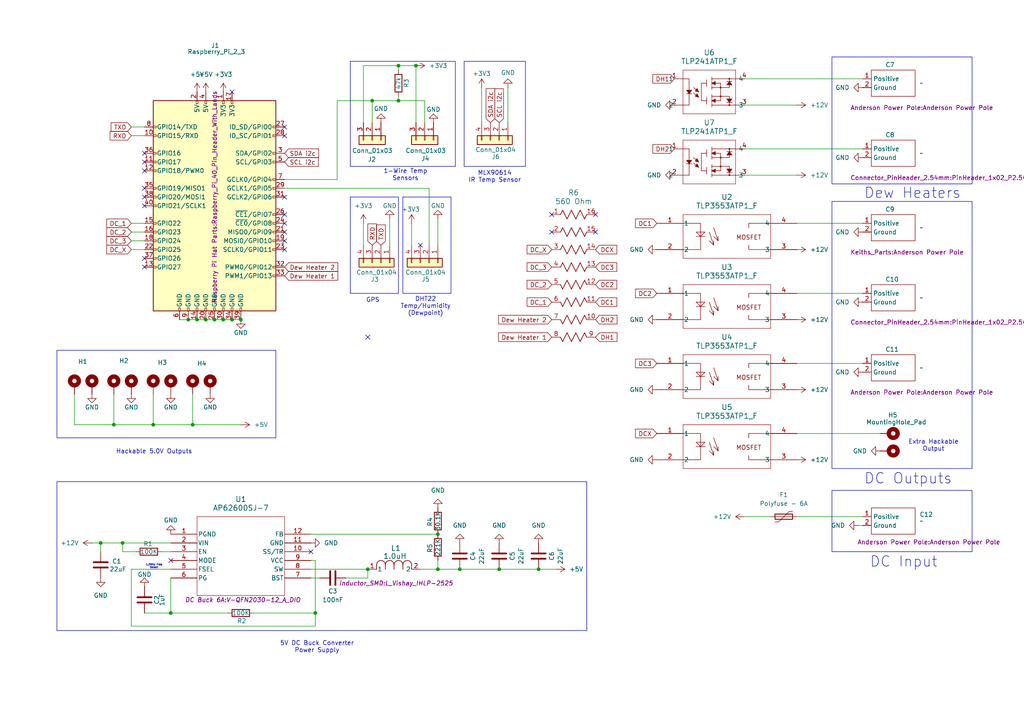
<source format=kicad_sch>
(kicad_sch (version 20231120) (generator "eeschema") (generator_version "8.0")
  (paper "A4")
  (title_block (title "Astro Raspberry Pi Hat SMD") (date "2024-05-08") (rev "0.4") (comment 1 "Built-In 5VDC Buck Converter - 1.2MHz freq.") (comment 2 "12VDC ON/OFF Control") (comment 3 "Redesigned using SMD parts") (comment 4 "First World Labs, LLC"))
  (lib_symbols
    (symbol "2024-05-14_03-00-34:AP62600SJ-7" (pin_names (offset 0.254))
      (property "Reference" "U" (at 20.32 10.16 0))
      (property "Value" "AP62600SJ-7" (at 20.32 7.62 0))
      (symbol "AP62600SJ-7_0_1"
        (pin power_out line (at 0 0 0) (length 7.62) (name "PGND") (number "1"))
        (pin unspecified line (at 40.64 -5.08 180) (length 7.62) (name "SS/TR") (number "10"))
        (pin power_out line (at 40.64 -2.54 180) (length 7.62) (name "GND") (number "11"))
        (pin unspecified line (at 40.64 0 180) (length 7.62) (name "FB") (number "12"))
        (pin input line (at 0 -2.54 0) (length 7.62) (name "VIN") (number "2"))
        (pin input line (at 0 -5.08 0) (length 7.62) (name "EN") (number "3"))
        (pin unspecified line (at 0 -7.62 0) (length 7.62) (name "MODE") (number "4"))
        (pin unspecified line (at 0 -10.16 0) (length 7.62) (name "FSEL") (number "5"))
        (pin unspecified line (at 0 -12.7 0) (length 7.62) (name "PG") (number "6"))
        (pin input line (at 40.64 -12.7 180) (length 7.62) (name "BST") (number "7"))
        (pin output line (at 40.64 -10.16 180) (length 7.62) (name "SW") (number "8"))
        (pin power_in line (at 40.64 -7.62 180) (length 7.62) (name "VCC") (number "9"))
      )
    )
    (symbol "2024-05-14_03-02-28:TLP3553ATP1_F" (pin_names (offset 0.254))
      (property "Reference" "U" (at 20.32 10.16 0))
      (property "Value" "TLP3553ATP1_F" (at 20.32 7.62 0))
      (symbol "TLP3553ATP1_F_0_1"
        (pin unspecified line (at 0 2.54 0) (length 7.62) (name "1") (number "1"))
        (pin unspecified line (at 0 -5.08 0) (length 7.62) (name "2") (number "2"))
        (pin unspecified line (at 40.64 -5.08 180) (length 7.62) (name "3") (number "3"))
        (pin unspecified line (at 40.64 2.54 180) (length 7.62) (name "4") (number "4"))
      )
      (symbol "TLP3553ATP1_F_1_1"
        (text "MOSFET" (at 26.67 -1.524 0) (effects (font (size 1.27 1.27))))
      )
    )
    (symbol "2024-05-14_03-34-29:IHLP2525CZER1R5M01" (pin_names (offset 0.254))
      (property "Reference" "L1" (at 7.62 7.62 0))
      (property "Value" "IHLP2525CZER1R5M01" (at 7.62 5.08 0))
      (property "Footprint" "IND_IHLP-2525CZ-01_VIS" (at 7.366 -2.54 0))
      (symbol "IHLP2525CZER1R5M01_1_1"
        (pin unspecified line (at 0 0 0) (length 2.54) (name "1") (number "1"))
        (pin unspecified line (at 15.24 0 180) (length 2.54) (name "2") (number "2"))
      )
      (symbol "IHLP2525CZER1R5M01_1_2"
        (pin unspecified line (at 0 0 90) (length 2.54) (name "1") (number "1"))
        (pin unspecified line (at 0 15.24 270) (length 2.54) (name "2") (number "2"))
      )
    )
    (symbol "2024-05-14_04-03-58:TLP241ATP1_F" (pin_names (offset 0.254))
      (property "Reference" "U" (at 8.89 7.112 0))
      (property "Value" "TLP241ATP1_F" (at 7.874 1.778 0))
      (symbol "TLP241ATP1_F_0_1"
        (pin unspecified line (at -2.5146 -2.54 180) (length 0.0254) (name "1") (number "1"))
        (pin unspecified line (at -2.5146 -10.16 180) (length 0.0254) (name "2") (number "2"))
        (pin unspecified line (at 17.8054 -10.16 180) (length 0.0254) (name "3") (number "3"))
        (pin unspecified line (at 17.8054 -2.54 180) (length 0.0254) (name "4") (number "4"))
      )
    )
    (symbol "2024-06-05_15-26-43:EXB-2HV100JV" (pin_names (offset 0.254))
      (property "Reference" "R" (at 6.096 7.874 0))
      (property "Value" "EXB-2HV100JV" (at 6.858 -42.926 0))
      (symbol "EXB-2HV100JV_0_1"
        (pin unspecified line (at 0 0 0) (length 2.54) (name "") (number "1"))
        (pin unspecified line (at 12.7 -30.48 180) (length 2.54) (name "") (number "10"))
        (pin unspecified line (at 12.7 -25.4 180) (length 2.54) (name "") (number "11"))
        (pin unspecified line (at 12.7 -20.32 180) (length 2.54) (name "") (number "12"))
        (pin unspecified line (at 12.7 -15.24 180) (length 2.54) (name "") (number "13"))
        (pin unspecified line (at 12.7 -10.16 180) (length 2.54) (name "") (number "14"))
        (pin unspecified line (at 12.7 -5.08 180) (length 2.54) (name "") (number "15"))
        (pin unspecified line (at 12.7 0 180) (length 2.54) (name "") (number "16"))
        (pin unspecified line (at 0 -5.08 0) (length 2.54) (name "") (number "2"))
        (pin unspecified line (at 0 -10.16 0) (length 2.54) (name "") (number "3"))
        (pin unspecified line (at 0 -15.24 0) (length 2.54) (name "") (number "4"))
        (pin unspecified line (at 0 -20.32 0) (length 2.54) (name "") (number "5"))
        (pin unspecified line (at 0 -25.4 0) (length 2.54) (name "") (number "6"))
        (pin unspecified line (at 0 -30.48 0) (length 2.54) (name "") (number "7"))
        (pin unspecified line (at 0 -35.56 0) (length 2.54) (name "") (number "8"))
        (pin unspecified line (at 12.7 -35.56 180) (length 2.54) (name "") (number "9"))
      )
    )
    (symbol "Connector:Raspberry_Pi_2_3" (pin_names (offset 1.016))
      (property "Reference" "J" (at -17.78 31.75 0))
      (property "Value" "Raspberry_Pi_2_3" (at 10.16 -31.75 0))
      (symbol "Raspberry_Pi_2_3_1_1"
        (pin power_in line (at 2.54 33.02 270) (length 2.54) (name "3V3") (number "1"))
        (pin bidirectional line (at -20.32 20.32 0) (length 2.54) (name "GPIO15/RXD") (number "10"))
        (pin bidirectional line (at -20.32 12.7 0) (length 2.54) (name "GPIO17") (number "11"))
        (pin bidirectional line (at -20.32 10.16 0) (length 2.54) (name "GPIO18/PWM0") (number "12"))
        (pin bidirectional line (at -20.32 -17.78 0) (length 2.54) (name "GPIO27") (number "13"))
        (pin power_in line (at -5.08 -33.02 90) (length 2.54) (name "GND") (number "14"))
        (pin bidirectional line (at -20.32 -5.08 0) (length 2.54) (name "GPIO22") (number "15"))
        (pin bidirectional line (at -20.32 -7.62 0) (length 2.54) (name "GPIO23") (number "16"))
        (pin power_in line (at 5.08 33.02 270) (length 2.54) (name "3V3") (number "17"))
        (pin bidirectional line (at -20.32 -10.16 0) (length 2.54) (name "GPIO24") (number "18"))
        (pin bidirectional line (at 20.32 -10.16 180) (length 2.54) (name "MOSI0/GPIO10") (number "19"))
        (pin power_in line (at -5.08 33.02 270) (length 2.54) (name "5V") (number "2"))
        (pin power_in line (at -2.54 -33.02 90) (length 2.54) (name "GND") (number "20"))
        (pin bidirectional line (at 20.32 -7.62 180) (length 2.54) (name "MISO0/GPIO9") (number "21"))
        (pin bidirectional line (at -20.32 -12.7 0) (length 2.54) (name "GPIO25") (number "22"))
        (pin bidirectional line (at 20.32 -12.7 180) (length 2.54) (name "SCLK0/GPIO11") (number "23"))
        (pin bidirectional line (at 20.32 -5.08 180) (length 2.54) (name "~{CE0}/GPIO8") (number "24"))
        (pin power_in line (at 0 -33.02 90) (length 2.54) (name "GND") (number "25"))
        (pin bidirectional line (at 20.32 -2.54 180) (length 2.54) (name "~{CE1}/GPIO7") (number "26"))
        (pin bidirectional line (at 20.32 22.86 180) (length 2.54) (name "ID_SD/GPIO0") (number "27"))
        (pin bidirectional line (at 20.32 20.32 180) (length 2.54) (name "ID_SC/GPIO1") (number "28"))
        (pin bidirectional line (at 20.32 5.08 180) (length 2.54) (name "GCLK1/GPIO5") (number "29"))
        (pin bidirectional line (at 20.32 15.24 180) (length 2.54) (name "SDA/GPIO2") (number "3"))
        (pin power_in line (at 2.54 -33.02 90) (length 2.54) (name "GND") (number "30"))
        (pin bidirectional line (at 20.32 2.54 180) (length 2.54) (name "GCLK2/GPIO6") (number "31"))
        (pin bidirectional line (at 20.32 -17.78 180) (length 2.54) (name "PWM0/GPIO12") (number "32"))
        (pin bidirectional line (at 20.32 -20.32 180) (length 2.54) (name "PWM1/GPIO13") (number "33"))
        (pin power_in line (at 5.08 -33.02 90) (length 2.54) (name "GND") (number "34"))
        (pin bidirectional line (at -20.32 5.08 0) (length 2.54) (name "GPIO19/MISO1") (number "35"))
        (pin bidirectional line (at -20.32 15.24 0) (length 2.54) (name "GPIO16") (number "36"))
        (pin bidirectional line (at -20.32 -15.24 0) (length 2.54) (name "GPIO26") (number "37"))
        (pin bidirectional line (at -20.32 2.54 0) (length 2.54) (name "GPIO20/MOSI1") (number "38"))
        (pin power_in line (at 7.62 -33.02 90) (length 2.54) (name "GND") (number "39"))
        (pin power_in line (at -2.54 33.02 270) (length 2.54) (name "5V") (number "4"))
        (pin bidirectional line (at -20.32 0 0) (length 2.54) (name "GPIO21/SCLK1") (number "40"))
        (pin bidirectional line (at 20.32 12.7 180) (length 2.54) (name "SCL/GPIO3") (number "5"))
        (pin power_in line (at -10.16 -33.02 90) (length 2.54) (name "GND") (number "6"))
        (pin bidirectional line (at 20.32 7.62 180) (length 2.54) (name "GCLK0/GPIO4") (number "7"))
        (pin bidirectional line (at -20.32 22.86 0) (length 2.54) (name "GPIO14/TXD") (number "8"))
        (pin power_in line (at -7.62 -33.02 90) (length 2.54) (name "GND") (number "9"))
      )
    )
    (symbol "Connector_Generic:Conn_01x03" (pin_names (offset 1.016) hide)
      (property "Reference" "J" (at 0 5.08 0))
      (property "Value" "Conn_01x03" (at 0 -5.08 0))
      (symbol "Conn_01x03_1_1"
        (pin passive line (at -5.08 2.54 0) (length 3.81) (name "Pin_1") (number "1"))
        (pin passive line (at -5.08 0 0) (length 3.81) (name "Pin_2") (number "2"))
        (pin passive line (at -5.08 -2.54 0) (length 3.81) (name "Pin_3") (number "3"))
      )
    )
    (symbol "Connector_Generic:Conn_01x04" (pin_names (offset 1.016) hide)
      (property "Reference" "J" (at 0 5.08 0))
      (property "Value" "Conn_01x04" (at 0 -7.62 0))
      (symbol "Conn_01x04_1_1"
        (pin passive line (at -5.08 2.54 0) (length 3.81) (name "Pin_1") (number "1"))
        (pin passive line (at -5.08 0 0) (length 3.81) (name "Pin_2") (number "2"))
        (pin passive line (at -5.08 -2.54 0) (length 3.81) (name "Pin_3") (number "3"))
        (pin passive line (at -5.08 -5.08 0) (length 3.81) (name "Pin_4") (number "4"))
      )
    )
    (symbol "Device:C" (pin_numbers hide) (pin_names (offset 0.254))
      (property "Reference" "C" (at -0.762 6.858 0))
      (property "Value" "C" (at -0.762 4.064 0))
      (symbol "C_1_1"
        (pin passive line (at -3.81 0 0) (length 2.794) (name "~") (number "1"))
        (pin passive line (at 3.81 0 180) (length 2.794) (name "~") (number "2"))
      )
    )
    (symbol "Device:Polyfuse" (pin_numbers hide) (pin_names (offset 0))
      (property "Reference" "F1" (at 1.27 5.08 0))
      (property "Value" "Polyfuse" (at 1.27 2.54 0))
      (symbol "Polyfuse_1_1"
        (pin passive line (at -2.54 -1.27 0) (length 1.27) (name "~") (number "1"))
        (pin passive line (at 5.08 -1.27 180) (length 1.27) (name "~") (number "2"))
      )
    )
    (symbol "Device:R" (pin_numbers hide) (pin_names (offset 0))
      (property "Reference" "R" (at 2.032 0 90))
      (property "Value" "R" (at 0 0 90))
      (symbol "R_1_1"
        (pin passive line (at 0 3.81 270) (length 1.27) (name "~") (number "1"))
        (pin passive line (at 0 -3.81 90) (length 1.27) (name "~") (number "2"))
      )
    )
    (symbol "GND_1" (power) (pin_numbers hide) (pin_names (offset 0) hide)
      (property "Value" "GND" (at 0 -3.81 0))
      (symbol "GND_1_1_1"
        (pin power_in line (at 0 0 270) (length 0) (name "~") (number "1"))
      )
    )
    (symbol "GND_2" (power) (pin_numbers hide) (pin_names (offset 0) hide)
      (property "Value" "GND" (at 0 -3.81 0))
      (symbol "GND_2_1_1"
        (pin power_in line (at 0 0 270) (length 0) (name "~") (number "1"))
      )
    )
    (symbol "GND_3" (power) (pin_numbers hide) (pin_names (offset 0) hide)
      (property "Value" "GND" (at 0 -3.81 0))
      (symbol "GND_3_1_1"
        (pin power_in line (at 0 0 270) (length 0) (name "~") (number "1"))
      )
    )
    (symbol "GND_4" (power) (pin_numbers hide) (pin_names (offset 0) hide)
      (property "Value" "GND" (at 0 -3.81 0))
      (symbol "GND_4_1_1"
        (pin power_in line (at 0 0 270) (length 0) (name "~") (number "1"))
      )
    )
    (symbol "GND_5" (power) (pin_numbers hide) (pin_names (offset 0) hide)
      (property "Value" "GND" (at 0 -3.81 0))
      (symbol "GND_5_1_1"
        (pin power_in line (at 0 0 270) (length 0) (name "~") (number "1"))
      )
    )
    (symbol "GND_6" (power) (pin_numbers hide) (pin_names (offset 0) hide)
      (property "Value" "GND" (at 0 -3.81 0))
      (symbol "GND_6_1_1"
        (pin power_in line (at 0 0 270) (length 0) (name "~") (number "1"))
      )
    )
    (symbol "MountingHole_Pad_1" (pin_numbers hide) (pin_names (offset 1.016) hide) (exclude_from_sim yes) (in_bom no)
      (property "Reference" "H2" (at -1.524 7.874 0))
      (property "Value" "MountingHole_Pad" (at -7.874 5.842 0))
      (symbol "MountingHole_Pad_1_1_1"
        (pin input line (at -3.81 2.54 0) (length 2.54) (name "1") (number "1"))
        (pin input line (at -3.81 -2.54 0) (length 2.54) (name "2") (number "2"))
      )
    )
    (symbol "R_1" (pin_numbers hide) (pin_names (offset 0))
      (property "Reference" "R2" (at -0.254 2.54 0))
      (property "Value" "510" (at 0.254 0 0))
      (symbol "R_1_1_1"
        (pin passive line (at -3.81 0 0) (length 1.27) (name "~") (number "1"))
        (pin passive line (at 3.81 0 180) (length 1.27) (name "~") (number "2"))
      )
    )
    (symbol "anderson_power_pole:Anderson_Power_Pole"
      (property "Reference" "C3" (at 5.08 5.08 90))
      (property "Value" "~" (at 0 0 0))
      (property "Footprint" "Keiths_Parts:Anderson Power Pole" (at 3.048 -5.842 0))
      (symbol "Anderson_Power_Pole_1_1"
        (pin power_in line (at -3.81 1.27 0) (length 2.54) (name "Positive") (number "1"))
        (pin power_in line (at -3.81 -1.27 0) (length 2.54) (name "Ground") (number "2"))
      )
    )
    (symbol "power:+12V" (power) (pin_numbers hide) (pin_names (offset 0) hide)
      (property "Value" "+12V" (at 0 3.556 0))
      (symbol "+12V_1_1"
        (pin power_in line (at 0 0 90) (length 0) (name "~") (number "1"))
      )
    )
    (symbol "power:+3V3" (power) (pin_numbers hide) (pin_names (offset 0) hide)
      (property "Value" "+3V3" (at 0 3.556 0))
      (symbol "+3V3_1_1"
        (pin power_in line (at 0 0 90) (length 0) (name "~") (number "1"))
      )
    )
    (symbol "power:+5V" (power) (pin_numbers hide) (pin_names (offset 0) hide)
      (property "Value" "+5V" (at 0 3.556 0))
      (symbol "+5V_1_1"
        (pin power_in line (at 0 0 90) (length 0) (name "~") (number "1"))
      )
    )
    (symbol "power:GND" (power) (pin_names (offset 0))
      (property "Value" "GND" (at 0 -3.81 0))
      (symbol "GND_1_1"
        (pin power_in line (at 0 0 270) (length 0) hide (name "GND") (number "1"))
      )
    )
  )
  (junction (at 62.23 92.71))
  (junction (at 33.02 123.19))
  (junction (at 133.35 165.1))
  (junction (at 106.68 165.1))
  (junction (at 127 154.94))
  (junction (at 49.53 177.8))
  (junction (at 69.85 92.71))
  (junction (at 67.31 92.71))
  (junction (at 115.57 29.21))
  (junction (at 144.78 165.1))
  (junction (at 115.57 19.05))
  (junction (at 59.69 92.71))
  (junction (at 64.77 92.71))
  (junction (at 44.45 123.19))
  (junction (at 156.21 165.1))
  (junction (at 120.65 19.05))
  (junction (at 107.95 29.21))
  (junction (at 55.88 123.19))
  (junction (at 57.15 92.71))
  (junction (at 54.61 92.71))
  (junction (at 127 165.1))
  (junction (at 35.56 157.48))
  (junction (at 29.21 157.48))
  (junction (at 91.44 177.8))
  (no_connect (at 41.91 44.45))
  (no_connect (at 41.91 54.61))
  (no_connect (at 41.91 77.47))
  (no_connect (at 82.55 39.37))
  (no_connect (at 172.72 62.23))
  (no_connect (at 82.55 64.77))
  (no_connect (at 82.55 36.83))
  (no_connect (at 121.92 71.12))
  (no_connect (at 41.91 57.15))
  (no_connect (at 41.91 49.53))
  (no_connect (at 41.91 59.69))
  (no_connect (at 41.91 74.93))
  (no_connect (at 160.02 67.31))
  (no_connect (at 82.55 72.39))
  (no_connect (at 160.02 62.23))
  (no_connect (at 67.31 26.67))
  (no_connect (at 82.55 57.15))
  (no_connect (at 82.55 67.31))
  (no_connect (at 82.55 62.23))
  (no_connect (at 41.91 46.99))
  (no_connect (at 106.68 97.79))
  (no_connect (at 90.17 160.02))
  (no_connect (at 82.55 69.85))
  (no_connect (at 172.72 67.31))
  (no_connect (at 49.53 162.56))
  (wire (pts (xy 115.57 29.21) (xy 123.19 29.21)))
  (wire (pts (xy 105.41 64.77) (xy 105.41 71.12)))
  (wire (pts (xy 215.9 22.86) (xy 250.19 22.86)))
  (wire (pts (xy 41.91 177.8) (xy 49.53 177.8)))
  (wire (pts (xy 49.53 177.8) (xy 49.53 167.64)))
  (wire (pts (xy 231.14 149.86) (xy 250.19 149.86)))
  (wire (pts (xy 55.88 123.19) (xy 44.45 123.19)))
  (wire (pts (xy 38.1 69.85) (xy 41.91 69.85)))
  (wire (pts (xy 124.46 54.61) (xy 124.46 71.12)))
  (wire (pts (xy 44.45 114.3) (xy 44.45 123.19)))
  (wire (pts (xy 120.65 19.05) (xy 120.65 35.56)))
  (wire (pts (xy 55.88 123.19) (xy 69.85 123.19)))
  (wire (pts (xy 127 162.56) (xy 127 165.1)))
  (wire (pts (xy 29.21 157.48) (xy 29.21 160.02)))
  (wire (pts (xy 52.07 92.71) (xy 54.61 92.71)))
  (wire (pts (xy 55.88 114.3) (xy 55.88 123.19)))
  (wire (pts (xy 92.71 167.64) (xy 90.17 167.64)))
  (wire (pts (xy 38.1 36.83) (xy 41.91 36.83)))
  (wire (pts (xy 121.92 165.1) (xy 127 165.1)))
  (wire (pts (xy 64.77 92.71) (xy 67.31 92.71)))
  (wire (pts (xy 97.79 52.07) (xy 97.79 29.21)))
  (wire (pts (xy 127 165.1) (xy 133.35 165.1)))
  (wire (pts (xy 156.21 165.1) (xy 161.29 165.1)))
  (wire (pts (xy 91.44 162.56) (xy 90.17 162.56)))
  (wire (pts (xy 54.61 92.71) (xy 57.15 92.71)))
  (wire (pts (xy 133.35 165.1) (xy 144.78 165.1)))
  (wire (pts (xy 62.23 92.71) (xy 64.77 92.71)))
  (wire (pts (xy 248.92 152.4) (xy 250.19 152.4)))
  (wire (pts (xy 124.46 54.61) (xy 82.55 54.61)))
  (wire (pts (xy 29.21 157.48) (xy 35.56 157.48)))
  (wire (pts (xy 106.68 165.1) (xy 106.68 167.64)))
  (wire (pts (xy 21.59 123.19) (xy 33.02 123.19)))
  (wire (pts (xy 59.69 92.71) (xy 62.23 92.71)))
  (wire (pts (xy 90.17 165.1) (xy 106.68 165.1)))
  (wire (pts (xy 91.44 177.8) (xy 91.44 162.56)))
  (wire (pts (xy 82.55 52.07) (xy 97.79 52.07)))
  (wire (pts (xy 44.45 123.19) (xy 33.02 123.19)))
  (wire (pts (xy 38.1 72.39) (xy 41.91 72.39)))
  (wire (pts (xy 38.1 67.31) (xy 41.91 67.31)))
  (wire (pts (xy 115.57 20.32) (xy 115.57 19.05)))
  (wire (pts (xy 38.1 39.37) (xy 41.91 39.37)))
  (wire (pts (xy 231.14 125.73) (xy 255.27 125.73)))
  (wire (pts (xy 147.32 25.4) (xy 147.32 35.56)))
  (wire (pts (xy 123.19 29.21) (xy 123.19 35.56)))
  (wire (pts (xy 107.95 29.21) (xy 107.95 35.56)))
  (wire (pts (xy 21.59 114.3) (xy 21.59 123.19)))
  (wire (pts (xy 35.56 160.02) (xy 35.56 157.48)))
  (wire (pts (xy 139.7 25.4) (xy 139.7 35.56)))
  (wire (pts (xy 105.41 19.05) (xy 105.41 35.56)))
  (wire (pts (xy 35.56 157.48) (xy 49.53 157.48)))
  (wire (pts (xy 127 63.5) (xy 127 71.12)))
  (wire (pts (xy 215.9 43.18) (xy 250.19 43.18)))
  (wire (pts (xy 38.1 165.1) (xy 38.1 181.61)))
  (wire (pts (xy 38.1 181.61) (xy 91.44 181.61)))
  (wire (pts (xy 231.14 30.48) (xy 215.9 30.48)))
  (wire (pts (xy 113.03 63.5) (xy 113.03 71.12)))
  (wire (pts (xy 231.14 85.09) (xy 250.19 85.09)))
  (wire (pts (xy 106.68 167.64) (xy 100.33 167.64)))
  (wire (pts (xy 67.31 92.71) (xy 69.85 92.71)))
  (wire (pts (xy 57.15 92.71) (xy 59.69 92.71)))
  (wire (pts (xy 215.9 149.86) (xy 223.52 149.86)))
  (wire (pts (xy 115.57 27.94) (xy 115.57 29.21)))
  (wire (pts (xy 90.17 154.94) (xy 127 154.94)))
  (wire (pts (xy 105.41 19.05) (xy 115.57 19.05)))
  (wire (pts (xy 144.78 165.1) (xy 156.21 165.1)))
  (wire (pts (xy 231.14 50.8) (xy 215.9 50.8)))
  (wire (pts (xy 46.99 160.02) (xy 49.53 160.02)))
  (wire (pts (xy 107.95 29.21) (xy 115.57 29.21)))
  (wire (pts (xy 38.1 64.77) (xy 41.91 64.77)))
  (wire (pts (xy 49.53 165.1) (xy 38.1 165.1)))
  (wire (pts (xy 119.38 64.77) (xy 119.38 71.12)))
  (wire (pts (xy 97.79 29.21) (xy 107.95 29.21)))
  (wire (pts (xy 231.14 64.77) (xy 250.19 64.77)))
  (wire (pts (xy 73.66 177.8) (xy 91.44 177.8)))
  (wire (pts (xy 231.14 105.41) (xy 250.19 105.41)))
  (wire (pts (xy 26.67 157.48) (xy 29.21 157.48)))
  (wire (pts (xy 33.02 114.3) (xy 33.02 123.19)))
  (wire (pts (xy 91.44 181.61) (xy 91.44 177.8)))
  (wire (pts (xy 49.53 177.8) (xy 66.04 177.8)))
  (wire (pts (xy 39.37 160.02) (xy 35.56 160.02)))
  (wire (pts (xy 115.57 19.05) (xy 120.65 19.05)))
  (rectangle (start 241.3 58.42) (end 281.94 135.89))
  (rectangle (start 16.51 101.6) (end 80.01 127))
  (rectangle (start 116.84 57.15) (end 130.81 85.09))
  (rectangle (start 241.3 142.24) (end 281.94 160.02))
  (rectangle (start 16.51 139.7) (end 170.18 182.88))
  (rectangle (start 101.6 57.15) (end 115.57 85.09))
  (rectangle (start 134.62 17.78) (end 152.4 48.26))
  (rectangle (start 241.3 16.51) (end 281.94 53.34))
  (rectangle (start 101.6 17.78) (end 132.08 48.26))
  (text "MLX90614\nIR Temp Sensor" (at 143.51 51.308 0) (effects (font (size 1.27 1.27))))
  (text "GPS" (at 106.172 87.884 0) (effects (font (size 1.27 1.27)) (justify left bottom)))
  (text "1-Wire Temp\nSensors" (at 117.602 50.8 0) (effects (font (size 1.27 1.27))))
  (text "5V DC Buck Converter\nPower Supply" (at 91.948 187.706 0) (effects (font (size 1.27 1.27))))
  (text "Dew Heaters" (at 264.668 56.134 0) (effects (font (size 3 3))))
  (text "1.2MHz Freq\nSelect" (at 44.704 164.338 0) (effects (font (size 0.5 0.5))))
  (text "Extra Hackable\nOutput" (at 270.764 129.286 0) (effects (font (size 1.27 1.27))))
  (text "DHT22\nTemp/Humidity\n(Dewpoint)" (at 123.444 88.9 0) (effects (font (size 1.27 1.27))))
  (text "DC Outputs" (at 263.398 138.938 0) (effects (font (size 3 3))))
  (text "DC Input" (at 262.128 163.068 0) (effects (font (size 3 3))))
  (text "Hackable 5.0V Outputs" (at 44.704 131.064 0) (effects (font (size 1.27 1.27))))
  (global_label "DC_2" (shape input) (at 160.02 82.55 180) (property "Intersheetrefs" "${INTERSHEET_REFS}" (effects (hide yes))))
  (global_label "DC_X" (shape input) (at 38.1 72.39 180) (property "Intersheetrefs" "${INTERSHEET_REFS}" (effects (hide yes))))
  (global_label "RXD" (shape input) (at 38.1 39.37 180) (property "Intersheetrefs" "${INTERSHEET_REFS}" (effects (hide yes))))
  (global_label "SDA i2c" (shape input) (at 82.55 44.45 0) (property "Intersheetrefs" "${INTERSHEET_REFS}" (effects (hide yes))))
  (global_label "SCL i2c" (shape input) (at 144.78 35.56 90) (property "Intersheetrefs" "${INTERSHEET_REFS}" (effects (hide yes))))
  (global_label "DC_1" (shape input) (at 160.02 87.63 180) (property "Intersheetrefs" "${INTERSHEET_REFS}" (effects (hide yes))))
  (global_label "DC3" (shape input) (at 190.5 105.41 180) (property "Intersheetrefs" "${INTERSHEET_REFS}" (effects (hide yes))))
  (global_label "DC_X" (shape input) (at 160.02 72.39 180) (property "Intersheetrefs" "${INTERSHEET_REFS}" (effects (hide yes))))
  (global_label "DC1" (shape input) (at 190.5 64.77 180) (property "Intersheetrefs" "${INTERSHEET_REFS}" (effects (hide yes))))
  (global_label "DC_1" (shape input) (at 38.1 64.77 180) (property "Intersheetrefs" "${INTERSHEET_REFS}" (effects (hide yes))))
  (global_label "Dew Heater 1" (shape input) (at 160.02 97.79 180) (property "Intersheetrefs" "${INTERSHEET_REFS}" (effects (hide yes))))
  (global_label "TXD" (shape input) (at 110.49 71.12 90) (property "Intersheetrefs" "${INTERSHEET_REFS}" (effects (hide yes))))
  (global_label "DC_3" (shape input) (at 38.1 69.85 180) (property "Intersheetrefs" "${INTERSHEET_REFS}" (effects (hide yes))))
  (global_label "DC3" (shape input) (at 172.72 77.47 0) (property "Intersheetrefs" "${INTERSHEET_REFS}" (effects (hide yes))))
  (global_label "DC2" (shape input) (at 190.5 85.09 180) (property "Intersheetrefs" "${INTERSHEET_REFS}" (effects (hide yes))))
  (global_label "Dew Heater 2" (shape input) (at 160.02 92.71 180) (property "Intersheetrefs" "${INTERSHEET_REFS}" (effects (hide yes))))
  (global_label "RXD" (shape input) (at 107.95 71.12 90) (property "Intersheetrefs" "${INTERSHEET_REFS}" (effects (hide yes))))
  (global_label "TXD" (shape input) (at 38.1 36.83 180) (property "Intersheetrefs" "${INTERSHEET_REFS}" (effects (hide yes))))
  (global_label "DCX" (shape input) (at 172.72 72.39 0) (property "Intersheetrefs" "${INTERSHEET_REFS}" (effects (hide yes))))
  (global_label "DC1" (shape input) (at 172.72 87.63 0) (property "Intersheetrefs" "${INTERSHEET_REFS}" (effects (hide yes))))
  (global_label "Dew Heater 1" (shape input) (at 82.55 80.01 0) (property "Intersheetrefs" "${INTERSHEET_REFS}" (effects (hide yes))))
  (global_label "DC_3" (shape input) (at 160.02 77.47 180) (property "Intersheetrefs" "${INTERSHEET_REFS}" (effects (hide yes))))
  (global_label "SCL i2c" (shape input) (at 82.55 46.99 0) (property "Intersheetrefs" "${INTERSHEET_REFS}" (effects (hide yes))))
  (global_label "DC2" (shape input) (at 172.72 82.55 0) (property "Intersheetrefs" "${INTERSHEET_REFS}" (effects (hide yes))))
  (global_label "Dew Heater 2" (shape input) (at 82.55 77.47 0) (property "Intersheetrefs" "${INTERSHEET_REFS}" (effects (hide yes))))
  (global_label "DH2" (shape input) (at 195.58 43.18 180) (property "Intersheetrefs" "${INTERSHEET_REFS}" (effects (hide yes))))
  (global_label "DH1" (shape input) (at 195.58 22.86 180) (property "Intersheetrefs" "${INTERSHEET_REFS}" (effects (hide yes))))
  (global_label "DCX" (shape input) (at 190.5 125.73 180) (property "Intersheetrefs" "${INTERSHEET_REFS}" (effects (hide yes))))
  (global_label "DH1" (shape input) (at 172.72 97.79 0) (property "Intersheetrefs" "${INTERSHEET_REFS}" (effects (hide yes))))
  (global_label "DC_2" (shape input) (at 38.1 67.31 180) (property "Intersheetrefs" "${INTERSHEET_REFS}" (effects (hide yes))))
  (global_label "DH2" (shape input) (at 172.72 92.71 0) (property "Intersheetrefs" "${INTERSHEET_REFS}" (effects (hide yes))))
  (global_label "SDA i2c" (shape input) (at 142.24 35.56 90) (property "Intersheetrefs" "${INTERSHEET_REFS}" (effects (hide yes))))
  (symbol (lib_name "MountingHole_Pad_1") (lib_id "Mechanical:MountingHole_Pad") (at 35.56 110.49 90) (unit 1) (exclude_from_sim yes) (in_bom no)
    (property "Reference" "H2" (at 34.544 104.648 90) (effects (justify right)))
    (property "Value" "MountingHole_Pad" (effects (hide yes)))
    (property "Footprint" "Connector_PinHeader_2.54mm:PinHeader_1x02_P2.54mm_Vertical" (effects (hide yes)))
    (property "Description" "Mounting Hole with connection" (effects (hide yes)))
  )
  (symbol (lib_id "Device:C") (at 29.21 163.83 90) (unit 1)
    (property "Reference" "C1" (at 32.512 162.814 90) (effects (justify right)))
    (property "Value" "22uF" (at 31.75 165.1 90) (effects (justify right)))
    (property "Footprint" "Capacitor_SMD:C_1210_3225Metric" (effects (hide yes)))
    (property "Description" "Unpolarized capacitor" (effects (hide yes)))
  )
  (symbol (lib_name "GND_2") (lib_id "power:GND") (at 190.5 113.03 270) (unit 1)
    (property "Reference" "#PWR031" (effects (hide yes)))
    (property "Value" "GND" (at 186.69 113.0299 90) (effects (justify right)))
    (property "Description" "Power symbol creates a global label with name \"GND\" , ground" (effects (hide yes)))
  )
  (symbol (lib_name "GND_6") (lib_id "power:GND") (at 127 147.32 180) (unit 1)
    (property "Reference" "#PWR022" (effects (hide yes)))
    (property "Value" "GND" (at 127 142.24 0))
    (property "Description" "Power symbol creates a global label with name \"GND\" , ground" (effects (hide yes)))
  )
  (symbol (lib_id "power:GND") (at 49.53 114.3 0) (unit 1)
    (property "Reference" "#PWR06" (effects (hide yes)))
    (property "Value" "GND" (at 49.53 118.11 0))
  )
  (symbol (lib_id "power:+12V") (at 231.14 92.71 270) (unit 1)
    (property "Reference" "#PWR039" (effects (hide yes)))
    (property "Value" "+12V" (at 234.95 92.7099 90) (effects (justify left)))
    (property "Description" "Power symbol creates a global label with name \"+12V\"" (effects (hide yes)))
  )
  (symbol (lib_id "Connector_Generic:Conn_01x04") (at 110.49 76.2 270) (unit 1)
    (property "Reference" "J3" (at 108.712 81.026 90))
    (property "Value" "Conn_01x04" (at 109.22 78.994 90))
    (property "Footprint" "Connector_PinHeader_2.54mm:PinHeader_1x04_P2.54mm_Vertical" (effects (hide yes)))
  )
  (symbol (lib_name "R_1") (lib_id "Device:R") (at 127 151.13 90) (unit 1)
    (property "Reference" "R4" (at 124.714 151.384 0))
    (property "Value" "30.1K" (at 127 151.13 0))
    (property "Footprint" "Resistor_SMD:R_1210_3225Metric" (effects (hide yes)))
    (property "Description" "Resistor" (effects (hide yes)))
  )
  (symbol (lib_name "R_1") (lib_id "Device:R") (at 43.18 160.02 0) (unit 1)
    (property "Reference" "R1" (at 42.926 157.734 0))
    (property "Value" "100K" (at 43.18 160.02 0))
    (property "Footprint" "Resistor_SMD:R_1210_3225Metric" (effects (hide yes)))
    (property "Description" "Resistor" (effects (hide yes)))
  )
  (symbol (lib_name "MountingHole_Pad_1") (lib_id "Mechanical:MountingHole_Pad") (at 259.08 128.27 0) (unit 1) (exclude_from_sim yes) (in_bom no)
    (property "Reference" "H5" (at 257.556 120.396 0) (effects (justify left)))
    (property "Value" "MountingHole_Pad" (at 251.206 122.428 0) (effects (justify left)))
    (property "Footprint" "Connector_PinHeader_2.54mm:PinHeader_1x02_P2.54mm_Vertical" (effects (hide yes)))
    (property "Description" "Mounting Hole with connection" (effects (hide yes)))
  )
  (symbol (lib_name "GND_1") (lib_id "power:GND") (at 250.19 67.31 270) (unit 1)
    (property "Reference" "#PWR045" (effects (hide yes)))
    (property "Value" "GND" (at 246.38 67.3099 90) (effects (justify right)))
    (property "Description" "Power symbol creates a global label with name \"GND\" , ground" (effects (hide yes)))
  )
  (symbol (lib_id "2024-05-14_03-02-28:TLP3553ATP1_F") (at 190.5 67.31 0) (unit 1)
    (property "Reference" "U2" (at 210.82 57.15 0) (effects (font (size 1.524 1.524))))
    (property "Value" "TLP3553ATP1_F" (at 210.82 59.69 0) (effects (font (size 1.524 1.524))))
    (property "Footprint" "4A Solid State Relay:SOIC_3553ATP1_F_TOS" (effects (hide yes)))
    (property "Datasheet" "TLP3553ATP1_F" (effects (hide yes)))
    (property "Description" "Solid State Relay - 4A" (effects (hide yes)))
  )
  (symbol (lib_id "Device:C") (at 144.78 161.29 270) (unit 1)
    (property "Reference" "C5" (at 148.59 161.29 0))
    (property "Value" "22uF" (at 151.13 161.29 0))
    (property "Footprint" "Capacitor_SMD:C_1210_3225Metric" (effects (hide yes)))
    (property "Description" "Unpolarized capacitor" (effects (hide yes)))
  )
  (symbol (lib_id "power:+3V3") (at 119.38 64.77 0) (unit 1)
    (property "Reference" "#PWR018" (effects (hide yes)))
    (property "Value" "+3V3" (at 119.126 60.706 0))
    (property "Description" "Power symbol creates a global label with name \"+3V3\"" (effects (hide yes)))
  )
  (symbol (lib_id "2024-06-05_15-26-43:EXB-2HV100JV") (at 160.02 62.23 0) (unit 1)
    (property "Reference" "R6" (at 166.37 55.88 0) (effects (font (size 1.524 1.524))))
    (property "Value" "560 Ohm" (at 166.37 58.42 0) (effects (font (size 1.524 1.524))))
    (property "Footprint" "Resistor Array:RES_EXB2HV" (effects (hide yes)))
    (property "Datasheet" "EXB-2HV100JV" (effects (hide yes)))
  )
  (symbol (lib_id "power:GND") (at 113.03 63.5 180) (unit 1)
    (property "Reference" "#PWR017" (effects (hide yes)))
    (property "Value" "GND" (at 113.03 59.69 0))
  )
  (symbol (lib_id "Device:C") (at 156.21 161.29 270) (unit 1)
    (property "Reference" "C6" (at 160.02 161.29 0))
    (property "Value" "22uF" (at 162.56 161.29 0))
    (property "Footprint" "Capacitor_SMD:C_1210_3225Metric" (effects (hide yes)))
    (property "Description" "Unpolarized capacitor" (effects (hide yes)))
  )
  (symbol (lib_id "power:+3V3") (at 64.77 26.67 0) (unit 1)
    (property "Reference" "#PWR011" (effects (hide yes)))
    (property "Value" "+3V3" (at 64.77 21.59 0))
    (property "Description" "Power symbol creates a global label with name \"+3V3\"" (effects (hide yes)))
  )
  (symbol (lib_id "power:GND") (at 38.1 114.3 0) (unit 1)
    (property "Reference" "#PWR04" (effects (hide yes)))
    (property "Value" "GND" (at 38.1 118.11 0))
  )
  (symbol (lib_id "power:+3V3") (at 105.41 64.77 0) (unit 1)
    (property "Reference" "#PWR015" (effects (hide yes)))
    (property "Value" "+3V3" (at 105.41 59.69 0))
    (property "Description" "Power symbol creates a global label with name \"+3V3\"" (effects (hide yes)))
  )
  (symbol (lib_name "MountingHole_Pad_1") (lib_id "Mechanical:MountingHole_Pad") (at 24.13 110.49 90) (unit 1) (exclude_from_sim yes) (in_bom no)
    (property "Reference" "H1" (at 22.606 104.902 90) (effects (justify right)))
    (property "Value" "MountingHole_Pad" (effects (hide yes)))
    (property "Footprint" "Connector_PinHeader_2.54mm:PinHeader_1x02_P2.54mm_Vertical" (effects (hide yes)))
    (property "Description" "Mounting Hole with connection" (effects (hide yes)))
  )
  (symbol (lib_id "power:+5V") (at 161.29 165.1 270) (unit 1)
    (property "Reference" "#PWR028" (effects (hide yes)))
    (property "Value" "+5V" (at 165.1 165.0999 90) (effects (justify left)))
    (property "Description" "Power symbol creates a global label with name \"+5V\"" (effects (hide yes)))
  )
  (symbol (lib_id "power:GND") (at 127 63.5 180) (unit 1)
    (property "Reference" "#PWR021" (effects (hide yes)))
    (property "Value" "GND" (at 127 59.69 0))
  )
  (symbol (lib_id "anderson_power_pole:Anderson_Power_Pole") (at 254 106.68 0) (unit 1)
    (property "Reference" "C11" (at 256.794 101.346 0) (effects (justify left)))
    (property "Value" "~" (at 266.7 106.68 0) (effects (justify left)))
    (property "Footprint" "Anderson Power Pole:Anderson Power Pole" (at 246.634 113.792 0) (effects (justify left)))
  )
  (symbol (lib_id "power:GND") (at 60.96 114.3 0) (unit 1)
    (property "Reference" "#PWR010" (effects (hide yes)))
    (property "Value" "GND" (at 60.96 118.11 0))
  )
  (symbol (lib_id "power:+5V") (at 59.69 26.67 0) (unit 1)
    (property "Reference" "#PWR09" (effects (hide yes)))
    (property "Value" "+5V" (at 59.69 21.59 0))
    (property "Description" "Power symbol creates a global label with name \"+5V\"" (effects (hide yes)))
  )
  (symbol (lib_name "R_1") (lib_id "Device:R") (at 127 158.75 90) (unit 1)
    (property "Reference" "R5" (at 124.714 159.004 0))
    (property "Value" "221K" (at 127 158.75 0))
    (property "Footprint" "Resistor_SMD:R_1210_3225Metric" (effects (hide yes)))
    (property "Description" "Resistor" (effects (hide yes)))
  )
  (symbol (lib_id "power:+12V") (at 26.67 157.48 90) (unit 1)
    (property "Reference" "#PWR02" (effects (hide yes)))
    (property "Value" "+12V" (at 22.86 157.4799 90) (effects (justify left)))
    (property "Description" "Power symbol creates a global label with name \"+12V\"" (effects (hide yes)))
  )
  (symbol (lib_name "GND_4") (lib_id "power:GND") (at 29.21 167.64 0) (unit 1)
    (property "Reference" "#PWR03" (effects (hide yes)))
    (property "Value" "GND" (at 29.21 172.72 0))
    (property "Description" "Power symbol creates a global label with name \"GND\" , ground" (effects (hide yes)))
  )
  (symbol (lib_name "GND_2") (lib_id "power:GND") (at 190.5 133.35 270) (unit 1)
    (property "Reference" "#PWR032" (effects (hide yes)))
    (property "Value" "GND" (at 186.69 133.3499 90) (effects (justify right)))
    (property "Description" "Power symbol creates a global label with name \"GND\" , ground" (effects (hide yes)))
  )
  (symbol (lib_id "2024-05-14_03-02-28:TLP3553ATP1_F") (at 190.5 87.63 0) (unit 1)
    (property "Reference" "U3" (at 210.82 77.47 0) (effects (font (size 1.524 1.524))))
    (property "Value" "TLP3553ATP1_F" (at 210.82 80.01 0) (effects (font (size 1.524 1.524))))
    (property "Footprint" "4A Solid State Relay:SOIC_3553ATP1_F_TOS" (effects (hide yes)))
    (property "Datasheet" "TLP3553ATP1_F" (effects (hide yes)))
    (property "Description" "Solid State Relay - 4A" (effects (hide yes)))
  )
  (symbol (lib_id "2024-05-14_04-03-58:TLP241ATP1_F") (at 198.0946 40.64 0) (unit 1)
    (property "Reference" "U7" (at 205.7146 35.56 0) (effects (font (size 1.524 1.524))))
    (property "Value" "TLP241ATP1_F" (at 205.7146 38.1 0) (effects (font (size 1.524 1.524))))
    (property "Footprint" "4A Solid State Relay:SOIC_3553ATP1_F_TOS" (effects (hide yes)))
    (property "Datasheet" "TLP241ATP1_F" (effects (hide yes)))
  )
  (symbol (lib_name "GND_2") (lib_id "power:GND") (at 195.58 50.8 270) (unit 1)
    (property "Reference" "#PWR034" (effects (hide yes)))
    (property "Value" "GND" (at 191.77 50.7999 90) (effects (justify right)))
    (property "Description" "Power symbol creates a global label with name \"GND\" , ground" (effects (hide yes)))
  )
  (symbol (lib_id "Connector:Raspberry_Pi_2_3") (at 62.23 59.69 0) (unit 1)
    (property "Reference" "J1" (at 61.214 13.208 0) (effects (justify left)))
    (property "Value" "Raspberry_Pi_2_3" (at 54.356 14.986 0) (effects (justify left)))
    (property "Footprint" "Raspberry Pi Hat Parts:Raspberry_Pi_40_Pin_Header_With_Lands" (at 62.23 57.15 90))
    (property "Datasheet" "https://www.raspberrypi.org/documentation/hardware/raspberrypi/schematics/rpi_SCH_3bplus_1p0_reduced.pdf" (effects (hide yes)))
  )
  (symbol (lib_id "power:+5V") (at 57.15 26.67 0) (unit 1)
    (property "Reference" "#PWR08" (effects (hide yes)))
    (property "Value" "+5V" (at 57.15 21.59 0))
    (property "Description" "Power symbol creates a global label with name \"+5V\"" (effects (hide yes)))
  )
  (symbol (lib_name "GND_3") (lib_id "power:GND") (at 49.53 154.94 180) (unit 1)
    (property "Reference" "#PWR07" (effects (hide yes)))
    (property "Value" "GND" (at 47.498 150.876 0) (effects (justify right)))
    (property "Description" "Power symbol creates a global label with name \"GND\" , ground" (effects (hide yes)))
  )
  (symbol (lib_id "power:+3V3") (at 120.65 19.05 270) (unit 1)
    (property "Reference" "#PWR019" (effects (hide yes)))
    (property "Value" "+3V3" (at 124.46 19.0499 90) (effects (justify left)))
    (property "Description" "Power symbol creates a global label with name \"+3V3\"" (effects (hide yes)))
  )
  (symbol (lib_id "power:GND") (at 69.85 92.71 0) (unit 1)
    (property "Reference" "#PWR012" (effects (hide yes)))
    (property "Value" "GND" (at 69.85 96.52 0))
  )
  (symbol (lib_name "GND_2") (lib_id "power:GND") (at 195.58 30.48 270) (unit 1)
    (property "Reference" "#PWR033" (effects (hide yes)))
    (property "Value" "GND" (at 191.77 30.4799 90) (effects (justify right)))
    (property "Description" "Power symbol creates a global label with name \"GND\" , ground" (effects (hide yes)))
  )
  (symbol (lib_id "2024-05-14_03-00-34:AP62600SJ-7") (at 49.53 154.94 0) (unit 1)
    (property "Reference" "U1" (at 69.85 144.78 0) (effects (font (size 1.524 1.524))))
    (property "Value" "AP62600SJ-7" (at 69.85 147.32 0) (effects (font (size 1.524 1.524))))
    (property "Footprint" "DC Buck 6A:V-QFN2030-12_A_DIO" (at 70.358 173.99 0) (effects (font (italic yes))))
    (property "Datasheet" "AP62600SJ-7" (effects (hide yes)))
    (property "Description" "DC-DC Buck Regulator" (effects (hide yes)))
  )
  (symbol (lib_id "power:+12V") (at 231.14 50.8 270) (unit 1)
    (property "Reference" "#PWR037" (effects (hide yes)))
    (property "Value" "+12V" (at 234.95 50.7999 90) (effects (justify left)))
    (property "Description" "Power symbol creates a global label with name \"+12V\"" (effects (hide yes)))
  )
  (symbol (lib_id "power:+5V") (at 69.85 123.19 270) (unit 1)
    (property "Reference" "#PWR013" (effects (hide yes)))
    (property "Value" "+5V" (at 73.66 123.1899 90) (effects (justify left)))
    (property "Description" "Power symbol creates a global label with name \"+5V\"" (effects (hide yes)))
  )
  (symbol (lib_name "R_1") (lib_id "Device:R") (at 69.85 177.8 180) (unit 1)
    (property "Reference" "R2" (at 70.104 180.086 0))
    (property "Value" "100K" (at 69.85 177.8 0))
    (property "Footprint" "Resistor_SMD:R_1210_3225Metric" (effects (hide yes)))
    (property "Description" "Resistor" (effects (hide yes)))
  )
  (symbol (lib_id "power:+12V") (at 231.14 113.03 270) (unit 1)
    (property "Reference" "#PWR040" (effects (hide yes)))
    (property "Value" "+12V" (at 234.95 113.0299 90) (effects (justify left)))
    (property "Description" "Power symbol creates a global label with name \"+12V\"" (effects (hide yes)))
  )
  (symbol (lib_id "power:+3V3") (at 139.7 25.4 0) (unit 1)
    (property "Reference" "#PWR024" (effects (hide yes)))
    (property "Value" "+3V3" (at 139.7 21.336 0))
    (property "Description" "Power symbol creates a global label with name \"+3V3\"" (effects (hide yes)))
  )
  (symbol (lib_name "GND_2") (lib_id "power:GND") (at 190.5 92.71 270) (unit 1)
    (property "Reference" "#PWR030" (effects (hide yes)))
    (property "Value" "GND" (at 186.69 92.7099 90) (effects (justify right)))
    (property "Description" "Power symbol creates a global label with name \"GND\" , ground" (effects (hide yes)))
  )
  (symbol (lib_name "GND_1") (lib_id "power:GND") (at 248.92 152.4 270) (unit 1)
    (property "Reference" "#PWR042" (effects (hide yes)))
    (property "Value" "GND" (at 245.11 152.3999 90) (effects (justify right)))
    (property "Description" "Power symbol creates a global label with name \"GND\" , ground" (effects (hide yes)))
  )
  (symbol (lib_id "anderson_power_pole:Anderson_Power_Pole") (at 254 44.45 0) (unit 1)
    (property "Reference" "C8" (at 256.794 39.116 0) (effects (justify left)))
    (property "Value" "~" (at 266.7 44.45 0) (effects (justify left)))
    (property "Footprint" "Connector_PinHeader_2.54mm:PinHeader_1x02_P2.54mm_Vertical" (at 246.634 51.562 0) (effects (justify left)))
  )
  (symbol (lib_id "Device:C") (at 41.91 173.99 270) (unit 1)
    (property "Reference" "C2" (at 45.466 173.99 0))
    (property "Value" "1uF" (at 46.99 173.99 0))
    (property "Footprint" "Capacitor_SMD:C_1210_3225Metric" (effects (hide yes)))
    (property "Description" "Unpolarized capacitor" (effects (hide yes)))
  )
  (symbol (lib_name "GND_2") (lib_id "power:GND") (at 190.5 72.39 270) (unit 1)
    (property "Reference" "#PWR029" (effects (hide yes)))
    (property "Value" "GND" (at 186.69 72.3899 90) (effects (justify right)))
    (property "Description" "Power symbol creates a global label with name \"GND\" , ground" (effects (hide yes)))
  )
  (symbol (lib_id "2024-05-14_04-03-58:TLP241ATP1_F") (at 198.0946 20.32 0) (unit 1)
    (property "Reference" "U6" (at 205.7146 15.24 0) (effects (font (size 1.524 1.524))))
    (property "Value" "TLP241ATP1_F" (at 205.7146 17.78 0) (effects (font (size 1.524 1.524))))
    (property "Footprint" "4A Solid State Relay:SOIC_3553ATP1_F_TOS" (effects (hide yes)))
    (property "Datasheet" "TLP241ATP1_F" (effects (hide yes)))
  )
  (symbol (lib_name "MountingHole_Pad_1") (lib_id "Mechanical:MountingHole_Pad") (at 46.99 110.49 90) (unit 1) (exclude_from_sim yes) (in_bom no)
    (property "Reference" "H3" (at 45.72 105.156 90) (effects (justify right)))
    (property "Value" "MountingHole_Pad" (effects (hide yes)))
    (property "Footprint" "Connector_PinHeader_2.54mm:PinHeader_1x02_P2.54mm_Vertical" (effects (hide yes)))
    (property "Description" "Mounting Hole with connection" (effects (hide yes)))
  )
  (symbol (lib_id "anderson_power_pole:Anderson_Power_Pole") (at 254 86.36 0) (unit 1)
    (property "Reference" "C10" (at 256.794 81.026 0) (effects (justify left)))
    (property "Value" "~" (at 266.7 86.36 0) (effects (justify left)))
    (property "Footprint" "Connector_PinHeader_2.54mm:PinHeader_1x02_P2.54mm_Vertical" (at 246.634 93.472 0) (effects (justify left)))
  )
  (symbol (lib_name "GND_5") (lib_id "power:GND") (at 41.91 170.18 180) (unit 1)
    (property "Reference" "#PWR05" (effects (hide yes)))
    (property "Value" "GND" (at 39.878 166.624 0) (effects (justify right)))
    (property "Description" "Power symbol creates a global label with name \"GND\" , ground" (effects (hide yes)))
  )
  (symbol (lib_id "anderson_power_pole:Anderson_Power_Pole") (at 254 66.04 0) (unit 1)
    (property "Reference" "C9" (at 256.794 60.706 0) (effects (justify left)))
    (property "Value" "~" (at 266.7 66.04 0) (effects (justify left)))
    (property "Footprint" "Keiths_Parts:Anderson Power Pole" (at 246.634 73.152 0) (effects (justify left)))
  )
  (symbol (lib_name "GND_2") (lib_id "power:GND") (at 147.32 25.4 180) (unit 1)
    (property "Reference" "#PWR026" (effects (hide yes)))
    (property "Value" "GND" (at 145.288 21.082 0) (effects (justify right)))
    (property "Description" "Power symbol creates a global label with name \"GND\" , ground" (effects (hide yes)))
  )
  (symbol (lib_name "GND_6") (lib_id "power:GND") (at 133.35 157.48 180) (unit 1)
    (property "Reference" "#PWR023" (effects (hide yes)))
    (property "Value" "GND" (at 133.35 152.4 0))
    (property "Description" "Power symbol creates a global label with name \"GND\" , ground" (effects (hide yes)))
  )
  (symbol (lib_id "power:+12V") (at 231.14 133.35 270) (unit 1)
    (property "Reference" "#PWR041" (effects (hide yes)))
    (property "Value" "+12V" (at 234.95 133.3499 90) (effects (justify left)))
    (property "Description" "Power symbol creates a global label with name \"+12V\"" (effects (hide yes)))
  )
  (symbol (lib_id "Connector_Generic:Conn_01x04") (at 144.78 40.64 270) (unit 1)
    (property "Reference" "J6" (at 143.764 45.466 90))
    (property "Value" "Conn_01x04" (at 143.764 43.434 90))
    (property "Footprint" "Connector_PinHeader_2.54mm:PinHeader_1x04_P2.54mm_Vertical" (effects (hide yes)))
  )
  (symbol (lib_id "power:+12V") (at 215.9 149.86 90) (unit 1)
    (property "Reference" "#PWR035" (effects (hide yes)))
    (property "Value" "+12V" (at 212.09 149.8599 90) (effects (justify left)))
    (property "Description" "Power symbol creates a global label with name \"+12V\"" (effects (hide yes)))
  )
  (symbol (lib_name "GND_1") (lib_id "power:GND") (at 250.19 25.4 270) (unit 1)
    (property "Reference" "#PWR043" (effects (hide yes)))
    (property "Value" "GND" (at 246.38 25.3999 90) (effects (justify right)))
    (property "Description" "Power symbol creates a global label with name \"GND\" , ground" (effects (hide yes)))
  )
  (symbol (lib_id "Connector_Generic:Conn_01x03") (at 107.95 40.64 270) (unit 1)
    (property "Reference" "J2" (at 106.68 46.228 90) (effects (justify left)))
    (property "Value" "Conn_01x03" (at 102.108 43.688 90) (effects (justify left)))
    (property "Footprint" "Connector_PinHeader_2.54mm:PinHeader_1x03_P2.54mm_Vertical" (effects (hide yes)))
  )
  (symbol (lib_id "power:GND") (at 26.67 114.3 0) (unit 1)
    (property "Reference" "#PWR01" (effects (hide yes)))
    (property "Value" "GND" (at 26.67 118.11 0))
  )
  (symbol (lib_name "GND_3") (lib_id "power:GND") (at 90.17 157.48 90) (unit 1)
    (property "Reference" "#PWR014" (effects (hide yes)))
    (property "Value" "GND" (at 93.98 157.4799 90) (effects (justify right)))
    (property "Description" "Power symbol creates a global label with name \"GND\" , ground" (effects (hide yes)))
  )
  (symbol (lib_id "power:GND") (at 110.49 35.56 180) (unit 1)
    (property "Reference" "#PWR016" (effects (hide yes)))
    (property "Value" "GND" (at 110.49 31.496 0))
  )
  (symbol (lib_name "GND_1") (lib_id "power:GND") (at 250.19 87.63 270) (unit 1)
    (property "Reference" "#PWR046" (effects (hide yes)))
    (property "Value" "GND" (at 246.38 87.6299 90) (effects (justify right)))
    (property "Description" "Power symbol creates a global label with name \"GND\" , ground" (effects (hide yes)))
  )
  (symbol (lib_id "anderson_power_pole:Anderson_Power_Pole") (at 254 151.13 0) (unit 1)
    (property "Reference" "C12" (at 266.7 149.2249 0) (effects (justify left)))
    (property "Value" "~" (at 266.7 151.13 0) (effects (justify left)))
    (property "Footprint" "Anderson Power Pole:Anderson Power Pole" (at 248.666 157.226 0) (effects (justify left)))
  )
  (symbol (lib_id "Device:Polyfuse") (at 226.06 148.59 0) (unit 1)
    (property "Reference" "F1" (at 227.33 143.51 0))
    (property "Value" "Polyfuse - 6A" (at 227.33 146.05 0))
    (property "Footprint" "Fuse:Fuse_2920_7451Metric" (effects (hide yes)))
    (property "Description" "Resettable fuse, polymeric positive temperature coefficient" (effects (hide yes)))
  )
  (symbol (lib_name "GND_2") (lib_id "power:GND") (at 255.27 130.81 270) (unit 1)
    (property "Reference" "#PWR048" (effects (hide yes)))
    (property "Value" "GND" (at 251.46 130.8099 90) (effects (justify right)))
    (property "Description" "Power symbol creates a global label with name \"GND\" , ground" (effects (hide yes)))
  )
  (symbol (lib_name "MountingHole_Pad_1") (lib_id "Mechanical:MountingHole_Pad") (at 58.42 110.49 90) (unit 1) (exclude_from_sim yes) (in_bom no)
    (property "Reference" "H4" (at 57.15 105.41 90) (effects (justify right)))
    (property "Value" "MountingHole_Pad" (effects (hide yes)))
    (property "Footprint" "Connector_PinHeader_2.54mm:PinHeader_1x02_P2.54mm_Vertical" (effects (hide yes)))
    (property "Description" "Mounting Hole with connection" (effects (hide yes)))
  )
  (symbol (lib_name "GND_6") (lib_id "power:GND") (at 156.21 157.48 180) (unit 1)
    (property "Reference" "#PWR027" (effects (hide yes)))
    (property "Value" "GND" (at 156.21 152.4 0))
    (property "Description" "Power symbol creates a global label with name \"GND\" , ground" (effects (hide yes)))
  )
  (symbol (lib_id "Device:C") (at 133.35 161.29 270) (unit 1)
    (property "Reference" "C4" (at 137.16 161.29 0))
    (property "Value" "22uF" (at 139.7 161.29 0))
    (property "Footprint" "Capacitor_SMD:C_1210_3225Metric" (effects (hide yes)))
    (property "Description" "Unpolarized capacitor" (effects (hide yes)))
  )
  (symbol (lib_id "power:+12V") (at 231.14 30.48 270) (unit 1)
    (property "Reference" "#PWR036" (effects (hide yes)))
    (property "Value" "+12V" (at 234.95 30.4799 90) (effects (justify left)))
    (property "Description" "Power symbol creates a global label with name \"+12V\"" (effects (hide yes)))
  )
  (symbol (lib_id "Connector_Generic:Conn_01x04") (at 124.46 76.2 270) (unit 1)
    (property "Reference" "J5" (at 123.444 81.026 90))
    (property "Value" "Conn_01x04" (at 123.444 78.994 90))
    (property "Footprint" "Connector_PinHeader_2.54mm:PinHeader_1x04_P2.54mm_Vertical" (effects (hide yes)))
  )
  (symbol (lib_id "Connector_Generic:Conn_01x03") (at 123.19 40.64 270) (unit 1)
    (property "Reference" "J4" (at 122.174 45.974 90) (effects (justify left)))
    (property "Value" "Conn_01x03" (at 117.602 43.688 90) (effects (justify left)))
    (property "Footprint" "Connector_PinHeader_2.54mm:PinHeader_1x03_P2.54mm_Vertical" (effects (hide yes)))
  )
  (symbol (lib_id "2024-05-14_03-02-28:TLP3553ATP1_F") (at 190.5 107.95 0) (unit 1)
    (property "Reference" "U4" (at 210.82 97.79 0) (effects (font (size 1.524 1.524))))
    (property "Value" "TLP3553ATP1_F" (at 210.82 100.33 0) (effects (font (size 1.524 1.524))))
    (property "Footprint" "4A Solid State Relay:SOIC_3553ATP1_F_TOS" (effects (hide yes)))
    (property "Datasheet" "TLP3553ATP1_F" (effects (hide yes)))
    (property "Description" "Solid State Relay - 4A" (effects (hide yes)))
  )
  (symbol (lib_id "anderson_power_pole:Anderson_Power_Pole") (at 254 24.13 0) (unit 1)
    (property "Reference" "C7" (at 256.794 18.796 0) (effects (justify left)))
    (property "Value" "~" (at 266.7 24.13 0) (effects (justify left)))
    (property "Footprint" "Anderson Power Pole:Anderson Power Pole" (at 246.634 31.242 0) (effects (justify left)))
  )
  (symbol (lib_id "Device:R") (at 115.57 24.13 180) (unit 1)
    (property "Reference" "R3" (at 117.856 24.13 90))
    (property "Value" "47k" (at 115.57 24.13 90))
    (property "Footprint" "Resistor_SMD:R_1210_3225Metric" (effects (hide yes)))
  )
  (symbol (lib_id "power:GND") (at 125.73 35.56 180) (unit 1)
    (property "Reference" "#PWR020" (effects (hide yes)))
    (property "Value" "GND" (at 125.73 31.75 0))
  )
  (symbol (lib_id "Device:C") (at 96.52 167.64 180) (unit 1)
    (property "Reference" "C3" (at 96.52 171.45 0))
    (property "Value" "100nF" (at 96.52 173.99 0))
    (property "Footprint" "Capacitor_SMD:C_1210_3225Metric" (effects (hide yes)))
    (property "Description" "Unpolarized capacitor" (effects (hide yes)))
  )
  (symbol (lib_name "GND_6") (lib_id "power:GND") (at 144.78 157.48 180) (unit 1)
    (property "Reference" "#PWR025" (effects (hide yes)))
    (property "Value" "GND" (at 144.78 152.4 0))
    (property "Description" "Power symbol creates a global label with name \"GND\" , ground" (effects (hide yes)))
  )
  (symbol (lib_id "power:+12V") (at 231.14 72.39 270) (unit 1)
    (property "Reference" "#PWR038" (effects (hide yes)))
    (property "Value" "+12V" (at 234.95 72.3899 90) (effects (justify left)))
    (property "Description" "Power symbol creates a global label with name \"+12V\"" (effects (hide yes)))
  )
  (symbol (lib_id "2024-05-14_03-02-28:TLP3553ATP1_F") (at 190.5 128.27 0) (unit 1)
    (property "Reference" "U5" (at 210.82 118.11 0) (effects (font (size 1.524 1.524))))
    (property "Value" "TLP3553ATP1_F" (at 210.82 120.65 0) (effects (font (size 1.524 1.524))))
    (property "Footprint" "4A Solid State Relay:SOIC_3553ATP1_F_TOS" (effects (hide yes)))
    (property "Datasheet" "TLP3553ATP1_F" (effects (hide yes)))
    (property "Description" "Solid State Relay - 4A" (effects (hide yes)))
  )
  (symbol (lib_id "2024-05-14_03-34-29:IHLP2525CZER1R5M01") (at 106.68 165.1 0) (unit 1)
    (property "Reference" "L1" (at 114.808 159.004 0) (effects (font (size 1.524 1.524))))
    (property "Value" "1.0uH" (at 114.554 161.29 0) (effects (font (size 1.524 1.524))))
    (property "Footprint" "Inductor_SMD:L_Vishay_IHLP-2525" (at 114.808 169.164 0) (effects (font (italic yes))))
    (property "Datasheet" "IHLP2525CZER1R5M01" (effects (hide yes)))
  )
  (symbol (lib_name "GND_1") (lib_id "power:GND") (at 250.19 107.95 270) (unit 1)
    (property "Reference" "#PWR047" (effects (hide yes)))
    (property "Value" "GND" (at 246.38 107.9499 90) (effects (justify right)))
    (property "Description" "Power symbol creates a global label with name \"GND\" , ground" (effects (hide yes)))
  )
  (symbol (lib_name "GND_1") (lib_id "power:GND") (at 250.19 45.72 270) (unit 1)
    (property "Reference" "#PWR044" (effects (hide yes)))
    (property "Value" "GND" (at 246.38 45.7199 90) (effects (justify right)))
    (property "Description" "Power symbol creates a global label with name \"GND\" , ground" (effects (hide yes)))
  )
)
</source>
